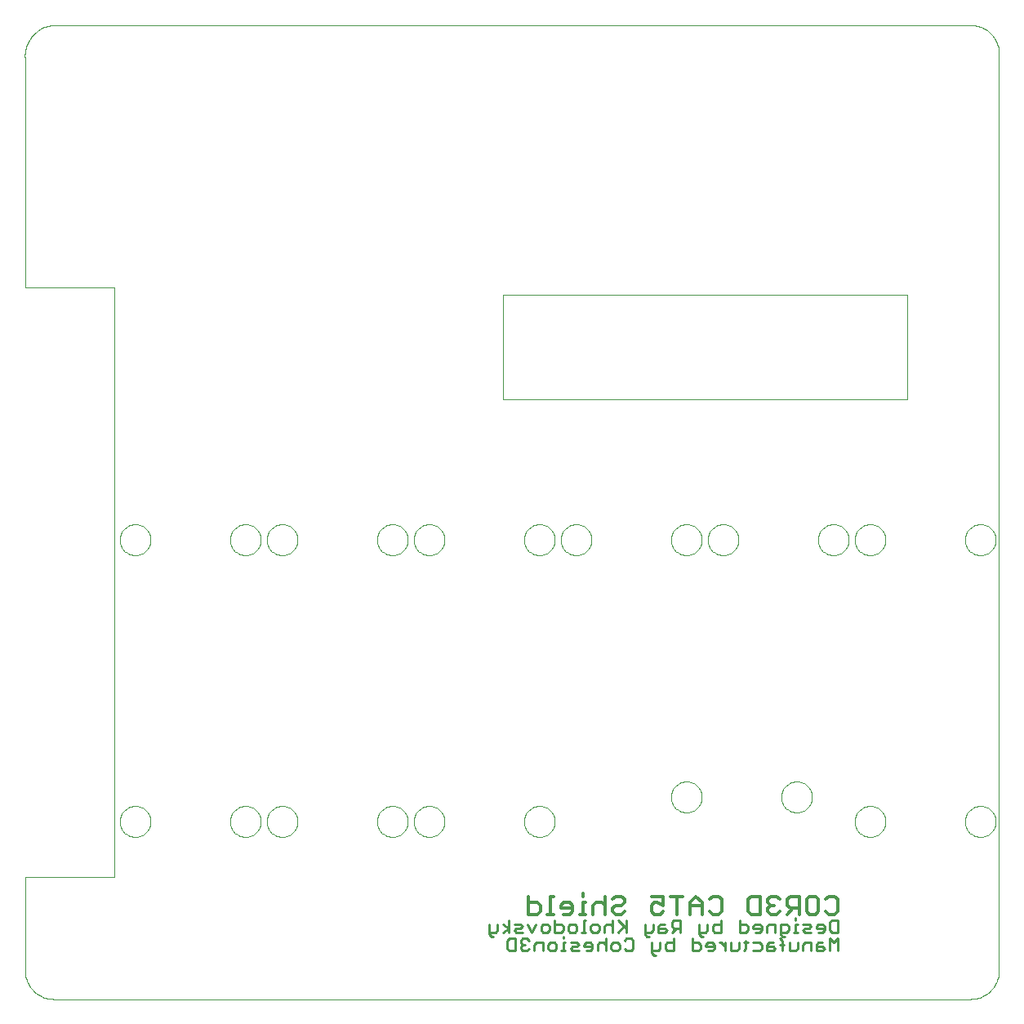
<source format=gbo>
G75*
G70*
%OFA0B0*%
%FSLAX24Y24*%
%IPPOS*%
%LPD*%
%AMOC8*
5,1,8,0,0,1.08239X$1,22.5*
%
%ADD10C,0.0040*%
%ADD11C,0.0090*%
%ADD12C,0.0130*%
%ADD13C,0.0000*%
D10*
X001331Y000169D02*
X038733Y000169D01*
X038799Y000171D01*
X038865Y000176D01*
X038931Y000186D01*
X038996Y000199D01*
X039060Y000215D01*
X039123Y000235D01*
X039185Y000259D01*
X039245Y000286D01*
X039304Y000316D01*
X039361Y000350D01*
X039416Y000387D01*
X039469Y000427D01*
X039520Y000469D01*
X039568Y000515D01*
X039614Y000563D01*
X039656Y000614D01*
X039696Y000667D01*
X039733Y000722D01*
X039767Y000779D01*
X039797Y000838D01*
X039824Y000898D01*
X039848Y000960D01*
X039868Y001023D01*
X039884Y001087D01*
X039897Y001152D01*
X039907Y001218D01*
X039912Y001284D01*
X039914Y001350D01*
X039914Y038751D01*
X039912Y038817D01*
X039907Y038883D01*
X039897Y038949D01*
X039884Y039014D01*
X039868Y039078D01*
X039848Y039141D01*
X039824Y039203D01*
X039797Y039263D01*
X039767Y039322D01*
X039733Y039379D01*
X039696Y039434D01*
X039656Y039487D01*
X039614Y039538D01*
X039568Y039586D01*
X039520Y039632D01*
X039469Y039674D01*
X039416Y039714D01*
X039361Y039751D01*
X039304Y039785D01*
X039245Y039815D01*
X039185Y039842D01*
X039123Y039866D01*
X039060Y039886D01*
X038996Y039902D01*
X038931Y039915D01*
X038865Y039925D01*
X038799Y039930D01*
X038733Y039932D01*
X038733Y039933D02*
X001331Y039933D01*
X001331Y039932D02*
X001263Y039926D01*
X001195Y039916D01*
X001128Y039903D01*
X001062Y039886D01*
X000997Y039865D01*
X000933Y039841D01*
X000870Y039813D01*
X000809Y039782D01*
X000750Y039748D01*
X000693Y039710D01*
X000637Y039670D01*
X000584Y039626D01*
X000534Y039580D01*
X000486Y039531D01*
X000441Y039480D01*
X000398Y039426D01*
X000359Y039370D01*
X000323Y039312D01*
X000290Y039252D01*
X000260Y039191D01*
X000233Y039127D01*
X000210Y039063D01*
X000191Y038997D01*
X000175Y038931D01*
X000163Y038863D01*
X000154Y038795D01*
X000149Y038727D01*
X000148Y038659D01*
X000151Y038590D01*
X000150Y038590D02*
X000150Y029205D01*
X003792Y029205D01*
X003792Y005147D01*
X000150Y005147D01*
X000150Y001350D01*
X000152Y001284D01*
X000157Y001218D01*
X000167Y001152D01*
X000180Y001087D01*
X000196Y001023D01*
X000216Y000960D01*
X000240Y000898D01*
X000267Y000838D01*
X000297Y000779D01*
X000331Y000722D01*
X000368Y000667D01*
X000408Y000614D01*
X000450Y000563D01*
X000496Y000515D01*
X000544Y000469D01*
X000595Y000427D01*
X000648Y000387D01*
X000703Y000350D01*
X000760Y000316D01*
X000819Y000286D01*
X000879Y000259D01*
X000941Y000235D01*
X001004Y000215D01*
X001068Y000199D01*
X001133Y000186D01*
X001199Y000176D01*
X001265Y000171D01*
X001331Y000169D01*
X019650Y024669D02*
X036150Y024669D01*
X036150Y028919D01*
X019650Y028919D01*
X019650Y024669D01*
D11*
X019906Y003400D02*
X019906Y002889D01*
X019906Y003060D02*
X019650Y003230D01*
X019445Y003230D02*
X019445Y002975D01*
X019360Y002889D01*
X019105Y002889D01*
X019105Y002804D02*
X019190Y002719D01*
X019275Y002719D01*
X019105Y002804D02*
X019105Y003230D01*
X019650Y002889D02*
X019906Y003060D01*
X020118Y002975D02*
X020203Y003060D01*
X020373Y003060D01*
X020458Y003145D01*
X020373Y003230D01*
X020118Y003230D01*
X020118Y002975D02*
X020203Y002889D01*
X020458Y002889D01*
X020479Y002650D02*
X020394Y002565D01*
X020394Y002480D01*
X020479Y002395D01*
X020394Y002310D01*
X020394Y002225D01*
X020479Y002139D01*
X020649Y002139D01*
X020734Y002225D01*
X020947Y002139D02*
X020947Y002395D01*
X021032Y002480D01*
X021287Y002480D01*
X021287Y002139D01*
X021499Y002225D02*
X021499Y002395D01*
X021584Y002480D01*
X021754Y002480D01*
X021839Y002395D01*
X021839Y002225D01*
X021754Y002139D01*
X021584Y002139D01*
X021499Y002225D01*
X022037Y002139D02*
X022208Y002139D01*
X022123Y002139D02*
X022123Y002480D01*
X022208Y002480D01*
X022123Y002650D02*
X022123Y002735D01*
X022030Y002889D02*
X022116Y002975D01*
X022116Y003145D01*
X022030Y003230D01*
X021775Y003230D01*
X021775Y003400D02*
X021775Y002889D01*
X022030Y002889D01*
X022328Y002975D02*
X022328Y003145D01*
X022413Y003230D01*
X022583Y003230D01*
X022668Y003145D01*
X022668Y002975D01*
X022583Y002889D01*
X022413Y002889D01*
X022328Y002975D01*
X022420Y002480D02*
X022675Y002480D01*
X022760Y002395D01*
X022675Y002310D01*
X022505Y002310D01*
X022420Y002225D01*
X022505Y002139D01*
X022760Y002139D01*
X022972Y002310D02*
X023313Y002310D01*
X023313Y002395D02*
X023227Y002480D01*
X023057Y002480D01*
X022972Y002395D01*
X022972Y002310D01*
X023057Y002139D02*
X023227Y002139D01*
X023313Y002225D01*
X023313Y002395D01*
X023525Y002395D02*
X023610Y002480D01*
X023780Y002480D01*
X023865Y002395D01*
X024077Y002395D02*
X024162Y002480D01*
X024332Y002480D01*
X024417Y002395D01*
X024417Y002225D01*
X024332Y002139D01*
X024162Y002139D01*
X024077Y002225D01*
X024077Y002395D01*
X023865Y002650D02*
X023865Y002139D01*
X023525Y002139D02*
X023525Y002395D01*
X023504Y002889D02*
X023334Y002889D01*
X023248Y002975D01*
X023248Y003145D01*
X023334Y003230D01*
X023504Y003230D01*
X023589Y003145D01*
X023589Y002975D01*
X023504Y002889D01*
X023801Y002889D02*
X023801Y003145D01*
X023886Y003230D01*
X024056Y003230D01*
X024141Y003145D01*
X024141Y003400D02*
X024141Y002889D01*
X024353Y002889D02*
X024609Y003145D01*
X024694Y003060D02*
X024353Y003400D01*
X024694Y003400D02*
X024694Y002889D01*
X024715Y002650D02*
X024885Y002650D01*
X024970Y002565D01*
X024970Y002225D01*
X024885Y002139D01*
X024715Y002139D01*
X024630Y002225D01*
X024630Y002565D02*
X024715Y002650D01*
X025458Y002804D02*
X025458Y003230D01*
X025458Y002889D02*
X025714Y002889D01*
X025799Y002975D01*
X025799Y003230D01*
X026011Y003145D02*
X026096Y003230D01*
X026266Y003230D01*
X026266Y003060D02*
X026011Y003060D01*
X026011Y003145D02*
X026011Y002889D01*
X026266Y002889D01*
X026351Y002975D01*
X026266Y003060D01*
X026563Y003145D02*
X026648Y003060D01*
X026904Y003060D01*
X026733Y003060D02*
X026563Y002889D01*
X026627Y002650D02*
X026627Y002139D01*
X026372Y002139D01*
X026287Y002225D01*
X026287Y002395D01*
X026372Y002480D01*
X026627Y002480D01*
X026904Y002889D02*
X026904Y003400D01*
X026648Y003400D01*
X026563Y003315D01*
X026563Y003145D01*
X026075Y002480D02*
X026075Y002225D01*
X025990Y002139D01*
X025735Y002139D01*
X025735Y002054D02*
X025820Y001969D01*
X025905Y001969D01*
X025735Y002054D02*
X025735Y002480D01*
X025629Y002719D02*
X025543Y002719D01*
X025458Y002804D01*
X027392Y002650D02*
X027392Y002139D01*
X027647Y002139D01*
X027732Y002225D01*
X027732Y002395D01*
X027647Y002480D01*
X027392Y002480D01*
X027668Y002804D02*
X027753Y002719D01*
X027838Y002719D01*
X027668Y002804D02*
X027668Y003230D01*
X028009Y003230D02*
X028009Y002975D01*
X027923Y002889D01*
X027668Y002889D01*
X028030Y002480D02*
X027944Y002395D01*
X027944Y002310D01*
X028285Y002310D01*
X028285Y002395D02*
X028200Y002480D01*
X028030Y002480D01*
X028285Y002395D02*
X028285Y002225D01*
X028200Y002139D01*
X028030Y002139D01*
X028490Y002480D02*
X028575Y002480D01*
X028745Y002310D01*
X028745Y002480D02*
X028745Y002139D01*
X028957Y002139D02*
X028957Y002480D01*
X028957Y002139D02*
X029213Y002139D01*
X029298Y002225D01*
X029298Y002480D01*
X029496Y002480D02*
X029666Y002480D01*
X029581Y002565D02*
X029581Y002225D01*
X029496Y002139D01*
X029878Y002139D02*
X030133Y002139D01*
X030218Y002225D01*
X030218Y002395D01*
X030133Y002480D01*
X029878Y002480D01*
X029963Y002889D02*
X030133Y002889D01*
X030218Y002975D01*
X030218Y003145D01*
X030133Y003230D01*
X029963Y003230D01*
X029878Y003145D01*
X029878Y003060D01*
X030218Y003060D01*
X030431Y003145D02*
X030516Y003230D01*
X030771Y003230D01*
X030771Y002889D01*
X030983Y002889D02*
X031238Y002889D01*
X031323Y002975D01*
X031323Y003145D01*
X031238Y003230D01*
X030983Y003230D01*
X030983Y002804D01*
X031068Y002719D01*
X031153Y002719D01*
X031054Y002565D02*
X030969Y002650D01*
X031054Y002565D02*
X031054Y002139D01*
X031139Y002395D02*
X030969Y002395D01*
X030771Y002225D02*
X030686Y002310D01*
X030431Y002310D01*
X030431Y002395D02*
X030431Y002139D01*
X030686Y002139D01*
X030771Y002225D01*
X030686Y002480D02*
X030516Y002480D01*
X030431Y002395D01*
X030431Y002889D02*
X030431Y003145D01*
X029666Y003145D02*
X029581Y003230D01*
X029326Y003230D01*
X029326Y003400D02*
X029326Y002889D01*
X029581Y002889D01*
X029666Y002975D01*
X029666Y003145D01*
X028561Y003230D02*
X028306Y003230D01*
X028221Y003145D01*
X028221Y002975D01*
X028306Y002889D01*
X028561Y002889D01*
X028561Y003400D01*
X031351Y002480D02*
X031351Y002139D01*
X031607Y002139D01*
X031692Y002225D01*
X031692Y002480D01*
X031904Y002395D02*
X031904Y002139D01*
X031904Y002395D02*
X031989Y002480D01*
X032244Y002480D01*
X032244Y002139D01*
X032456Y002139D02*
X032712Y002139D01*
X032797Y002225D01*
X032712Y002310D01*
X032456Y002310D01*
X032456Y002395D02*
X032456Y002139D01*
X032456Y002395D02*
X032541Y002480D01*
X032712Y002480D01*
X033009Y002650D02*
X033009Y002139D01*
X033349Y002139D02*
X033349Y002650D01*
X033179Y002480D01*
X033009Y002650D01*
X033094Y002889D02*
X033009Y002975D01*
X033009Y003315D01*
X033094Y003400D01*
X033349Y003400D01*
X033349Y002889D01*
X033094Y002889D01*
X032797Y002975D02*
X032797Y003145D01*
X032712Y003230D01*
X032541Y003230D01*
X032456Y003145D01*
X032456Y003060D01*
X032797Y003060D01*
X032797Y002975D02*
X032712Y002889D01*
X032541Y002889D01*
X032244Y002889D02*
X031989Y002889D01*
X031904Y002975D01*
X031989Y003060D01*
X032159Y003060D01*
X032244Y003145D01*
X032159Y003230D01*
X031904Y003230D01*
X031692Y003230D02*
X031607Y003230D01*
X031607Y002889D01*
X031692Y002889D02*
X031522Y002889D01*
X031607Y003400D02*
X031607Y003485D01*
X023036Y003400D02*
X022951Y003400D01*
X022951Y002889D01*
X023036Y002889D02*
X022866Y002889D01*
X021563Y002975D02*
X021478Y002889D01*
X021308Y002889D01*
X021223Y002975D01*
X021223Y003145D01*
X021308Y003230D01*
X021478Y003230D01*
X021563Y003145D01*
X021563Y002975D01*
X021011Y003230D02*
X020840Y002889D01*
X020670Y003230D01*
X020649Y002650D02*
X020479Y002650D01*
X020649Y002650D02*
X020734Y002565D01*
X020564Y002395D02*
X020479Y002395D01*
X020182Y002650D02*
X020182Y002139D01*
X019927Y002139D01*
X019842Y002225D01*
X019842Y002565D01*
X019927Y002650D01*
X020182Y002650D01*
D12*
X020706Y003634D02*
X021071Y003634D01*
X021193Y003756D01*
X021193Y003999D01*
X021071Y004121D01*
X020706Y004121D01*
X020706Y004364D02*
X020706Y003634D01*
X021477Y003634D02*
X021721Y003634D01*
X021599Y003634D02*
X021599Y004364D01*
X021721Y004364D01*
X022026Y003999D02*
X022026Y003877D01*
X022513Y003877D01*
X022513Y003756D02*
X022513Y003999D01*
X022391Y004121D01*
X022147Y004121D01*
X022026Y003999D01*
X022147Y003634D02*
X022391Y003634D01*
X022513Y003756D01*
X022797Y003634D02*
X023041Y003634D01*
X022919Y003634D02*
X022919Y004121D01*
X023041Y004121D01*
X022919Y004364D02*
X022919Y004486D01*
X023345Y003999D02*
X023345Y003634D01*
X023345Y003999D02*
X023467Y004121D01*
X023711Y004121D01*
X023832Y003999D01*
X024137Y003877D02*
X024137Y003756D01*
X024259Y003634D01*
X024503Y003634D01*
X024624Y003756D01*
X024503Y003999D02*
X024624Y004121D01*
X024624Y004243D01*
X024503Y004364D01*
X024259Y004364D01*
X024137Y004243D01*
X024259Y003999D02*
X024137Y003877D01*
X024259Y003999D02*
X024503Y003999D01*
X023832Y004364D02*
X023832Y003634D01*
X025721Y003756D02*
X025843Y003634D01*
X026086Y003634D01*
X026208Y003756D01*
X026208Y003999D02*
X025965Y004121D01*
X025843Y004121D01*
X025721Y003999D01*
X025721Y003756D01*
X025721Y004364D02*
X026208Y004364D01*
X026208Y003999D01*
X026513Y004364D02*
X027000Y004364D01*
X026756Y004364D02*
X026756Y003634D01*
X027305Y003634D02*
X027305Y004121D01*
X027548Y004364D01*
X027792Y004121D01*
X027792Y003634D01*
X028097Y003756D02*
X028218Y003634D01*
X028462Y003634D01*
X028584Y003756D01*
X028584Y004243D01*
X028462Y004364D01*
X028218Y004364D01*
X028097Y004243D01*
X027792Y003999D02*
X027305Y003999D01*
X029680Y003756D02*
X029680Y004243D01*
X029802Y004364D01*
X030167Y004364D01*
X030167Y003634D01*
X029802Y003634D01*
X029680Y003756D01*
X030472Y003756D02*
X030594Y003634D01*
X030838Y003634D01*
X030959Y003756D01*
X031264Y003634D02*
X031508Y003877D01*
X031386Y003877D02*
X031751Y003877D01*
X031751Y003634D02*
X031751Y004364D01*
X031386Y004364D01*
X031264Y004243D01*
X031264Y003999D01*
X031386Y003877D01*
X030959Y004243D02*
X030838Y004364D01*
X030594Y004364D01*
X030472Y004243D01*
X030472Y004121D01*
X030594Y003999D01*
X030472Y003877D01*
X030472Y003756D01*
X030594Y003999D02*
X030716Y003999D01*
X032056Y003756D02*
X032056Y004243D01*
X032178Y004364D01*
X032421Y004364D01*
X032543Y004243D01*
X032543Y003756D01*
X032421Y003634D01*
X032178Y003634D01*
X032056Y003756D01*
X032848Y003756D02*
X032970Y003634D01*
X033213Y003634D01*
X033335Y003756D01*
X033335Y004243D01*
X033213Y004364D01*
X032970Y004364D01*
X032848Y004243D01*
D13*
X034020Y007419D02*
X034022Y007469D01*
X034028Y007519D01*
X034038Y007568D01*
X034052Y007616D01*
X034069Y007663D01*
X034090Y007708D01*
X034115Y007752D01*
X034143Y007793D01*
X034175Y007832D01*
X034209Y007869D01*
X034246Y007903D01*
X034286Y007933D01*
X034328Y007960D01*
X034372Y007984D01*
X034418Y008005D01*
X034465Y008021D01*
X034513Y008034D01*
X034563Y008043D01*
X034612Y008048D01*
X034663Y008049D01*
X034713Y008046D01*
X034762Y008039D01*
X034811Y008028D01*
X034859Y008013D01*
X034905Y007995D01*
X034950Y007973D01*
X034993Y007947D01*
X035034Y007918D01*
X035073Y007886D01*
X035109Y007851D01*
X035141Y007813D01*
X035171Y007773D01*
X035198Y007730D01*
X035221Y007686D01*
X035240Y007640D01*
X035256Y007592D01*
X035268Y007543D01*
X035276Y007494D01*
X035280Y007444D01*
X035280Y007394D01*
X035276Y007344D01*
X035268Y007295D01*
X035256Y007246D01*
X035240Y007198D01*
X035221Y007152D01*
X035198Y007108D01*
X035171Y007065D01*
X035141Y007025D01*
X035109Y006987D01*
X035073Y006952D01*
X035034Y006920D01*
X034993Y006891D01*
X034950Y006865D01*
X034905Y006843D01*
X034859Y006825D01*
X034811Y006810D01*
X034762Y006799D01*
X034713Y006792D01*
X034663Y006789D01*
X034612Y006790D01*
X034563Y006795D01*
X034513Y006804D01*
X034465Y006817D01*
X034418Y006833D01*
X034372Y006854D01*
X034328Y006878D01*
X034286Y006905D01*
X034246Y006935D01*
X034209Y006969D01*
X034175Y007006D01*
X034143Y007045D01*
X034115Y007086D01*
X034090Y007130D01*
X034069Y007175D01*
X034052Y007222D01*
X034038Y007270D01*
X034028Y007319D01*
X034022Y007369D01*
X034020Y007419D01*
X031020Y008419D02*
X031022Y008469D01*
X031028Y008519D01*
X031038Y008568D01*
X031052Y008616D01*
X031069Y008663D01*
X031090Y008708D01*
X031115Y008752D01*
X031143Y008793D01*
X031175Y008832D01*
X031209Y008869D01*
X031246Y008903D01*
X031286Y008933D01*
X031328Y008960D01*
X031372Y008984D01*
X031418Y009005D01*
X031465Y009021D01*
X031513Y009034D01*
X031563Y009043D01*
X031612Y009048D01*
X031663Y009049D01*
X031713Y009046D01*
X031762Y009039D01*
X031811Y009028D01*
X031859Y009013D01*
X031905Y008995D01*
X031950Y008973D01*
X031993Y008947D01*
X032034Y008918D01*
X032073Y008886D01*
X032109Y008851D01*
X032141Y008813D01*
X032171Y008773D01*
X032198Y008730D01*
X032221Y008686D01*
X032240Y008640D01*
X032256Y008592D01*
X032268Y008543D01*
X032276Y008494D01*
X032280Y008444D01*
X032280Y008394D01*
X032276Y008344D01*
X032268Y008295D01*
X032256Y008246D01*
X032240Y008198D01*
X032221Y008152D01*
X032198Y008108D01*
X032171Y008065D01*
X032141Y008025D01*
X032109Y007987D01*
X032073Y007952D01*
X032034Y007920D01*
X031993Y007891D01*
X031950Y007865D01*
X031905Y007843D01*
X031859Y007825D01*
X031811Y007810D01*
X031762Y007799D01*
X031713Y007792D01*
X031663Y007789D01*
X031612Y007790D01*
X031563Y007795D01*
X031513Y007804D01*
X031465Y007817D01*
X031418Y007833D01*
X031372Y007854D01*
X031328Y007878D01*
X031286Y007905D01*
X031246Y007935D01*
X031209Y007969D01*
X031175Y008006D01*
X031143Y008045D01*
X031115Y008086D01*
X031090Y008130D01*
X031069Y008175D01*
X031052Y008222D01*
X031038Y008270D01*
X031028Y008319D01*
X031022Y008369D01*
X031020Y008419D01*
X026520Y008419D02*
X026522Y008469D01*
X026528Y008519D01*
X026538Y008568D01*
X026552Y008616D01*
X026569Y008663D01*
X026590Y008708D01*
X026615Y008752D01*
X026643Y008793D01*
X026675Y008832D01*
X026709Y008869D01*
X026746Y008903D01*
X026786Y008933D01*
X026828Y008960D01*
X026872Y008984D01*
X026918Y009005D01*
X026965Y009021D01*
X027013Y009034D01*
X027063Y009043D01*
X027112Y009048D01*
X027163Y009049D01*
X027213Y009046D01*
X027262Y009039D01*
X027311Y009028D01*
X027359Y009013D01*
X027405Y008995D01*
X027450Y008973D01*
X027493Y008947D01*
X027534Y008918D01*
X027573Y008886D01*
X027609Y008851D01*
X027641Y008813D01*
X027671Y008773D01*
X027698Y008730D01*
X027721Y008686D01*
X027740Y008640D01*
X027756Y008592D01*
X027768Y008543D01*
X027776Y008494D01*
X027780Y008444D01*
X027780Y008394D01*
X027776Y008344D01*
X027768Y008295D01*
X027756Y008246D01*
X027740Y008198D01*
X027721Y008152D01*
X027698Y008108D01*
X027671Y008065D01*
X027641Y008025D01*
X027609Y007987D01*
X027573Y007952D01*
X027534Y007920D01*
X027493Y007891D01*
X027450Y007865D01*
X027405Y007843D01*
X027359Y007825D01*
X027311Y007810D01*
X027262Y007799D01*
X027213Y007792D01*
X027163Y007789D01*
X027112Y007790D01*
X027063Y007795D01*
X027013Y007804D01*
X026965Y007817D01*
X026918Y007833D01*
X026872Y007854D01*
X026828Y007878D01*
X026786Y007905D01*
X026746Y007935D01*
X026709Y007969D01*
X026675Y008006D01*
X026643Y008045D01*
X026615Y008086D01*
X026590Y008130D01*
X026569Y008175D01*
X026552Y008222D01*
X026538Y008270D01*
X026528Y008319D01*
X026522Y008369D01*
X026520Y008419D01*
X020520Y007419D02*
X020522Y007469D01*
X020528Y007519D01*
X020538Y007568D01*
X020552Y007616D01*
X020569Y007663D01*
X020590Y007708D01*
X020615Y007752D01*
X020643Y007793D01*
X020675Y007832D01*
X020709Y007869D01*
X020746Y007903D01*
X020786Y007933D01*
X020828Y007960D01*
X020872Y007984D01*
X020918Y008005D01*
X020965Y008021D01*
X021013Y008034D01*
X021063Y008043D01*
X021112Y008048D01*
X021163Y008049D01*
X021213Y008046D01*
X021262Y008039D01*
X021311Y008028D01*
X021359Y008013D01*
X021405Y007995D01*
X021450Y007973D01*
X021493Y007947D01*
X021534Y007918D01*
X021573Y007886D01*
X021609Y007851D01*
X021641Y007813D01*
X021671Y007773D01*
X021698Y007730D01*
X021721Y007686D01*
X021740Y007640D01*
X021756Y007592D01*
X021768Y007543D01*
X021776Y007494D01*
X021780Y007444D01*
X021780Y007394D01*
X021776Y007344D01*
X021768Y007295D01*
X021756Y007246D01*
X021740Y007198D01*
X021721Y007152D01*
X021698Y007108D01*
X021671Y007065D01*
X021641Y007025D01*
X021609Y006987D01*
X021573Y006952D01*
X021534Y006920D01*
X021493Y006891D01*
X021450Y006865D01*
X021405Y006843D01*
X021359Y006825D01*
X021311Y006810D01*
X021262Y006799D01*
X021213Y006792D01*
X021163Y006789D01*
X021112Y006790D01*
X021063Y006795D01*
X021013Y006804D01*
X020965Y006817D01*
X020918Y006833D01*
X020872Y006854D01*
X020828Y006878D01*
X020786Y006905D01*
X020746Y006935D01*
X020709Y006969D01*
X020675Y007006D01*
X020643Y007045D01*
X020615Y007086D01*
X020590Y007130D01*
X020569Y007175D01*
X020552Y007222D01*
X020538Y007270D01*
X020528Y007319D01*
X020522Y007369D01*
X020520Y007419D01*
X016020Y007419D02*
X016022Y007469D01*
X016028Y007519D01*
X016038Y007568D01*
X016052Y007616D01*
X016069Y007663D01*
X016090Y007708D01*
X016115Y007752D01*
X016143Y007793D01*
X016175Y007832D01*
X016209Y007869D01*
X016246Y007903D01*
X016286Y007933D01*
X016328Y007960D01*
X016372Y007984D01*
X016418Y008005D01*
X016465Y008021D01*
X016513Y008034D01*
X016563Y008043D01*
X016612Y008048D01*
X016663Y008049D01*
X016713Y008046D01*
X016762Y008039D01*
X016811Y008028D01*
X016859Y008013D01*
X016905Y007995D01*
X016950Y007973D01*
X016993Y007947D01*
X017034Y007918D01*
X017073Y007886D01*
X017109Y007851D01*
X017141Y007813D01*
X017171Y007773D01*
X017198Y007730D01*
X017221Y007686D01*
X017240Y007640D01*
X017256Y007592D01*
X017268Y007543D01*
X017276Y007494D01*
X017280Y007444D01*
X017280Y007394D01*
X017276Y007344D01*
X017268Y007295D01*
X017256Y007246D01*
X017240Y007198D01*
X017221Y007152D01*
X017198Y007108D01*
X017171Y007065D01*
X017141Y007025D01*
X017109Y006987D01*
X017073Y006952D01*
X017034Y006920D01*
X016993Y006891D01*
X016950Y006865D01*
X016905Y006843D01*
X016859Y006825D01*
X016811Y006810D01*
X016762Y006799D01*
X016713Y006792D01*
X016663Y006789D01*
X016612Y006790D01*
X016563Y006795D01*
X016513Y006804D01*
X016465Y006817D01*
X016418Y006833D01*
X016372Y006854D01*
X016328Y006878D01*
X016286Y006905D01*
X016246Y006935D01*
X016209Y006969D01*
X016175Y007006D01*
X016143Y007045D01*
X016115Y007086D01*
X016090Y007130D01*
X016069Y007175D01*
X016052Y007222D01*
X016038Y007270D01*
X016028Y007319D01*
X016022Y007369D01*
X016020Y007419D01*
X014520Y007419D02*
X014522Y007469D01*
X014528Y007519D01*
X014538Y007568D01*
X014552Y007616D01*
X014569Y007663D01*
X014590Y007708D01*
X014615Y007752D01*
X014643Y007793D01*
X014675Y007832D01*
X014709Y007869D01*
X014746Y007903D01*
X014786Y007933D01*
X014828Y007960D01*
X014872Y007984D01*
X014918Y008005D01*
X014965Y008021D01*
X015013Y008034D01*
X015063Y008043D01*
X015112Y008048D01*
X015163Y008049D01*
X015213Y008046D01*
X015262Y008039D01*
X015311Y008028D01*
X015359Y008013D01*
X015405Y007995D01*
X015450Y007973D01*
X015493Y007947D01*
X015534Y007918D01*
X015573Y007886D01*
X015609Y007851D01*
X015641Y007813D01*
X015671Y007773D01*
X015698Y007730D01*
X015721Y007686D01*
X015740Y007640D01*
X015756Y007592D01*
X015768Y007543D01*
X015776Y007494D01*
X015780Y007444D01*
X015780Y007394D01*
X015776Y007344D01*
X015768Y007295D01*
X015756Y007246D01*
X015740Y007198D01*
X015721Y007152D01*
X015698Y007108D01*
X015671Y007065D01*
X015641Y007025D01*
X015609Y006987D01*
X015573Y006952D01*
X015534Y006920D01*
X015493Y006891D01*
X015450Y006865D01*
X015405Y006843D01*
X015359Y006825D01*
X015311Y006810D01*
X015262Y006799D01*
X015213Y006792D01*
X015163Y006789D01*
X015112Y006790D01*
X015063Y006795D01*
X015013Y006804D01*
X014965Y006817D01*
X014918Y006833D01*
X014872Y006854D01*
X014828Y006878D01*
X014786Y006905D01*
X014746Y006935D01*
X014709Y006969D01*
X014675Y007006D01*
X014643Y007045D01*
X014615Y007086D01*
X014590Y007130D01*
X014569Y007175D01*
X014552Y007222D01*
X014538Y007270D01*
X014528Y007319D01*
X014522Y007369D01*
X014520Y007419D01*
X010020Y007419D02*
X010022Y007469D01*
X010028Y007519D01*
X010038Y007568D01*
X010052Y007616D01*
X010069Y007663D01*
X010090Y007708D01*
X010115Y007752D01*
X010143Y007793D01*
X010175Y007832D01*
X010209Y007869D01*
X010246Y007903D01*
X010286Y007933D01*
X010328Y007960D01*
X010372Y007984D01*
X010418Y008005D01*
X010465Y008021D01*
X010513Y008034D01*
X010563Y008043D01*
X010612Y008048D01*
X010663Y008049D01*
X010713Y008046D01*
X010762Y008039D01*
X010811Y008028D01*
X010859Y008013D01*
X010905Y007995D01*
X010950Y007973D01*
X010993Y007947D01*
X011034Y007918D01*
X011073Y007886D01*
X011109Y007851D01*
X011141Y007813D01*
X011171Y007773D01*
X011198Y007730D01*
X011221Y007686D01*
X011240Y007640D01*
X011256Y007592D01*
X011268Y007543D01*
X011276Y007494D01*
X011280Y007444D01*
X011280Y007394D01*
X011276Y007344D01*
X011268Y007295D01*
X011256Y007246D01*
X011240Y007198D01*
X011221Y007152D01*
X011198Y007108D01*
X011171Y007065D01*
X011141Y007025D01*
X011109Y006987D01*
X011073Y006952D01*
X011034Y006920D01*
X010993Y006891D01*
X010950Y006865D01*
X010905Y006843D01*
X010859Y006825D01*
X010811Y006810D01*
X010762Y006799D01*
X010713Y006792D01*
X010663Y006789D01*
X010612Y006790D01*
X010563Y006795D01*
X010513Y006804D01*
X010465Y006817D01*
X010418Y006833D01*
X010372Y006854D01*
X010328Y006878D01*
X010286Y006905D01*
X010246Y006935D01*
X010209Y006969D01*
X010175Y007006D01*
X010143Y007045D01*
X010115Y007086D01*
X010090Y007130D01*
X010069Y007175D01*
X010052Y007222D01*
X010038Y007270D01*
X010028Y007319D01*
X010022Y007369D01*
X010020Y007419D01*
X008520Y007419D02*
X008522Y007469D01*
X008528Y007519D01*
X008538Y007568D01*
X008552Y007616D01*
X008569Y007663D01*
X008590Y007708D01*
X008615Y007752D01*
X008643Y007793D01*
X008675Y007832D01*
X008709Y007869D01*
X008746Y007903D01*
X008786Y007933D01*
X008828Y007960D01*
X008872Y007984D01*
X008918Y008005D01*
X008965Y008021D01*
X009013Y008034D01*
X009063Y008043D01*
X009112Y008048D01*
X009163Y008049D01*
X009213Y008046D01*
X009262Y008039D01*
X009311Y008028D01*
X009359Y008013D01*
X009405Y007995D01*
X009450Y007973D01*
X009493Y007947D01*
X009534Y007918D01*
X009573Y007886D01*
X009609Y007851D01*
X009641Y007813D01*
X009671Y007773D01*
X009698Y007730D01*
X009721Y007686D01*
X009740Y007640D01*
X009756Y007592D01*
X009768Y007543D01*
X009776Y007494D01*
X009780Y007444D01*
X009780Y007394D01*
X009776Y007344D01*
X009768Y007295D01*
X009756Y007246D01*
X009740Y007198D01*
X009721Y007152D01*
X009698Y007108D01*
X009671Y007065D01*
X009641Y007025D01*
X009609Y006987D01*
X009573Y006952D01*
X009534Y006920D01*
X009493Y006891D01*
X009450Y006865D01*
X009405Y006843D01*
X009359Y006825D01*
X009311Y006810D01*
X009262Y006799D01*
X009213Y006792D01*
X009163Y006789D01*
X009112Y006790D01*
X009063Y006795D01*
X009013Y006804D01*
X008965Y006817D01*
X008918Y006833D01*
X008872Y006854D01*
X008828Y006878D01*
X008786Y006905D01*
X008746Y006935D01*
X008709Y006969D01*
X008675Y007006D01*
X008643Y007045D01*
X008615Y007086D01*
X008590Y007130D01*
X008569Y007175D01*
X008552Y007222D01*
X008538Y007270D01*
X008528Y007319D01*
X008522Y007369D01*
X008520Y007419D01*
X004020Y007419D02*
X004022Y007469D01*
X004028Y007519D01*
X004038Y007568D01*
X004052Y007616D01*
X004069Y007663D01*
X004090Y007708D01*
X004115Y007752D01*
X004143Y007793D01*
X004175Y007832D01*
X004209Y007869D01*
X004246Y007903D01*
X004286Y007933D01*
X004328Y007960D01*
X004372Y007984D01*
X004418Y008005D01*
X004465Y008021D01*
X004513Y008034D01*
X004563Y008043D01*
X004612Y008048D01*
X004663Y008049D01*
X004713Y008046D01*
X004762Y008039D01*
X004811Y008028D01*
X004859Y008013D01*
X004905Y007995D01*
X004950Y007973D01*
X004993Y007947D01*
X005034Y007918D01*
X005073Y007886D01*
X005109Y007851D01*
X005141Y007813D01*
X005171Y007773D01*
X005198Y007730D01*
X005221Y007686D01*
X005240Y007640D01*
X005256Y007592D01*
X005268Y007543D01*
X005276Y007494D01*
X005280Y007444D01*
X005280Y007394D01*
X005276Y007344D01*
X005268Y007295D01*
X005256Y007246D01*
X005240Y007198D01*
X005221Y007152D01*
X005198Y007108D01*
X005171Y007065D01*
X005141Y007025D01*
X005109Y006987D01*
X005073Y006952D01*
X005034Y006920D01*
X004993Y006891D01*
X004950Y006865D01*
X004905Y006843D01*
X004859Y006825D01*
X004811Y006810D01*
X004762Y006799D01*
X004713Y006792D01*
X004663Y006789D01*
X004612Y006790D01*
X004563Y006795D01*
X004513Y006804D01*
X004465Y006817D01*
X004418Y006833D01*
X004372Y006854D01*
X004328Y006878D01*
X004286Y006905D01*
X004246Y006935D01*
X004209Y006969D01*
X004175Y007006D01*
X004143Y007045D01*
X004115Y007086D01*
X004090Y007130D01*
X004069Y007175D01*
X004052Y007222D01*
X004038Y007270D01*
X004028Y007319D01*
X004022Y007369D01*
X004020Y007419D01*
X004020Y018919D02*
X004022Y018969D01*
X004028Y019019D01*
X004038Y019068D01*
X004052Y019116D01*
X004069Y019163D01*
X004090Y019208D01*
X004115Y019252D01*
X004143Y019293D01*
X004175Y019332D01*
X004209Y019369D01*
X004246Y019403D01*
X004286Y019433D01*
X004328Y019460D01*
X004372Y019484D01*
X004418Y019505D01*
X004465Y019521D01*
X004513Y019534D01*
X004563Y019543D01*
X004612Y019548D01*
X004663Y019549D01*
X004713Y019546D01*
X004762Y019539D01*
X004811Y019528D01*
X004859Y019513D01*
X004905Y019495D01*
X004950Y019473D01*
X004993Y019447D01*
X005034Y019418D01*
X005073Y019386D01*
X005109Y019351D01*
X005141Y019313D01*
X005171Y019273D01*
X005198Y019230D01*
X005221Y019186D01*
X005240Y019140D01*
X005256Y019092D01*
X005268Y019043D01*
X005276Y018994D01*
X005280Y018944D01*
X005280Y018894D01*
X005276Y018844D01*
X005268Y018795D01*
X005256Y018746D01*
X005240Y018698D01*
X005221Y018652D01*
X005198Y018608D01*
X005171Y018565D01*
X005141Y018525D01*
X005109Y018487D01*
X005073Y018452D01*
X005034Y018420D01*
X004993Y018391D01*
X004950Y018365D01*
X004905Y018343D01*
X004859Y018325D01*
X004811Y018310D01*
X004762Y018299D01*
X004713Y018292D01*
X004663Y018289D01*
X004612Y018290D01*
X004563Y018295D01*
X004513Y018304D01*
X004465Y018317D01*
X004418Y018333D01*
X004372Y018354D01*
X004328Y018378D01*
X004286Y018405D01*
X004246Y018435D01*
X004209Y018469D01*
X004175Y018506D01*
X004143Y018545D01*
X004115Y018586D01*
X004090Y018630D01*
X004069Y018675D01*
X004052Y018722D01*
X004038Y018770D01*
X004028Y018819D01*
X004022Y018869D01*
X004020Y018919D01*
X008520Y018919D02*
X008522Y018969D01*
X008528Y019019D01*
X008538Y019068D01*
X008552Y019116D01*
X008569Y019163D01*
X008590Y019208D01*
X008615Y019252D01*
X008643Y019293D01*
X008675Y019332D01*
X008709Y019369D01*
X008746Y019403D01*
X008786Y019433D01*
X008828Y019460D01*
X008872Y019484D01*
X008918Y019505D01*
X008965Y019521D01*
X009013Y019534D01*
X009063Y019543D01*
X009112Y019548D01*
X009163Y019549D01*
X009213Y019546D01*
X009262Y019539D01*
X009311Y019528D01*
X009359Y019513D01*
X009405Y019495D01*
X009450Y019473D01*
X009493Y019447D01*
X009534Y019418D01*
X009573Y019386D01*
X009609Y019351D01*
X009641Y019313D01*
X009671Y019273D01*
X009698Y019230D01*
X009721Y019186D01*
X009740Y019140D01*
X009756Y019092D01*
X009768Y019043D01*
X009776Y018994D01*
X009780Y018944D01*
X009780Y018894D01*
X009776Y018844D01*
X009768Y018795D01*
X009756Y018746D01*
X009740Y018698D01*
X009721Y018652D01*
X009698Y018608D01*
X009671Y018565D01*
X009641Y018525D01*
X009609Y018487D01*
X009573Y018452D01*
X009534Y018420D01*
X009493Y018391D01*
X009450Y018365D01*
X009405Y018343D01*
X009359Y018325D01*
X009311Y018310D01*
X009262Y018299D01*
X009213Y018292D01*
X009163Y018289D01*
X009112Y018290D01*
X009063Y018295D01*
X009013Y018304D01*
X008965Y018317D01*
X008918Y018333D01*
X008872Y018354D01*
X008828Y018378D01*
X008786Y018405D01*
X008746Y018435D01*
X008709Y018469D01*
X008675Y018506D01*
X008643Y018545D01*
X008615Y018586D01*
X008590Y018630D01*
X008569Y018675D01*
X008552Y018722D01*
X008538Y018770D01*
X008528Y018819D01*
X008522Y018869D01*
X008520Y018919D01*
X010020Y018919D02*
X010022Y018969D01*
X010028Y019019D01*
X010038Y019068D01*
X010052Y019116D01*
X010069Y019163D01*
X010090Y019208D01*
X010115Y019252D01*
X010143Y019293D01*
X010175Y019332D01*
X010209Y019369D01*
X010246Y019403D01*
X010286Y019433D01*
X010328Y019460D01*
X010372Y019484D01*
X010418Y019505D01*
X010465Y019521D01*
X010513Y019534D01*
X010563Y019543D01*
X010612Y019548D01*
X010663Y019549D01*
X010713Y019546D01*
X010762Y019539D01*
X010811Y019528D01*
X010859Y019513D01*
X010905Y019495D01*
X010950Y019473D01*
X010993Y019447D01*
X011034Y019418D01*
X011073Y019386D01*
X011109Y019351D01*
X011141Y019313D01*
X011171Y019273D01*
X011198Y019230D01*
X011221Y019186D01*
X011240Y019140D01*
X011256Y019092D01*
X011268Y019043D01*
X011276Y018994D01*
X011280Y018944D01*
X011280Y018894D01*
X011276Y018844D01*
X011268Y018795D01*
X011256Y018746D01*
X011240Y018698D01*
X011221Y018652D01*
X011198Y018608D01*
X011171Y018565D01*
X011141Y018525D01*
X011109Y018487D01*
X011073Y018452D01*
X011034Y018420D01*
X010993Y018391D01*
X010950Y018365D01*
X010905Y018343D01*
X010859Y018325D01*
X010811Y018310D01*
X010762Y018299D01*
X010713Y018292D01*
X010663Y018289D01*
X010612Y018290D01*
X010563Y018295D01*
X010513Y018304D01*
X010465Y018317D01*
X010418Y018333D01*
X010372Y018354D01*
X010328Y018378D01*
X010286Y018405D01*
X010246Y018435D01*
X010209Y018469D01*
X010175Y018506D01*
X010143Y018545D01*
X010115Y018586D01*
X010090Y018630D01*
X010069Y018675D01*
X010052Y018722D01*
X010038Y018770D01*
X010028Y018819D01*
X010022Y018869D01*
X010020Y018919D01*
X014520Y018919D02*
X014522Y018969D01*
X014528Y019019D01*
X014538Y019068D01*
X014552Y019116D01*
X014569Y019163D01*
X014590Y019208D01*
X014615Y019252D01*
X014643Y019293D01*
X014675Y019332D01*
X014709Y019369D01*
X014746Y019403D01*
X014786Y019433D01*
X014828Y019460D01*
X014872Y019484D01*
X014918Y019505D01*
X014965Y019521D01*
X015013Y019534D01*
X015063Y019543D01*
X015112Y019548D01*
X015163Y019549D01*
X015213Y019546D01*
X015262Y019539D01*
X015311Y019528D01*
X015359Y019513D01*
X015405Y019495D01*
X015450Y019473D01*
X015493Y019447D01*
X015534Y019418D01*
X015573Y019386D01*
X015609Y019351D01*
X015641Y019313D01*
X015671Y019273D01*
X015698Y019230D01*
X015721Y019186D01*
X015740Y019140D01*
X015756Y019092D01*
X015768Y019043D01*
X015776Y018994D01*
X015780Y018944D01*
X015780Y018894D01*
X015776Y018844D01*
X015768Y018795D01*
X015756Y018746D01*
X015740Y018698D01*
X015721Y018652D01*
X015698Y018608D01*
X015671Y018565D01*
X015641Y018525D01*
X015609Y018487D01*
X015573Y018452D01*
X015534Y018420D01*
X015493Y018391D01*
X015450Y018365D01*
X015405Y018343D01*
X015359Y018325D01*
X015311Y018310D01*
X015262Y018299D01*
X015213Y018292D01*
X015163Y018289D01*
X015112Y018290D01*
X015063Y018295D01*
X015013Y018304D01*
X014965Y018317D01*
X014918Y018333D01*
X014872Y018354D01*
X014828Y018378D01*
X014786Y018405D01*
X014746Y018435D01*
X014709Y018469D01*
X014675Y018506D01*
X014643Y018545D01*
X014615Y018586D01*
X014590Y018630D01*
X014569Y018675D01*
X014552Y018722D01*
X014538Y018770D01*
X014528Y018819D01*
X014522Y018869D01*
X014520Y018919D01*
X016020Y018919D02*
X016022Y018969D01*
X016028Y019019D01*
X016038Y019068D01*
X016052Y019116D01*
X016069Y019163D01*
X016090Y019208D01*
X016115Y019252D01*
X016143Y019293D01*
X016175Y019332D01*
X016209Y019369D01*
X016246Y019403D01*
X016286Y019433D01*
X016328Y019460D01*
X016372Y019484D01*
X016418Y019505D01*
X016465Y019521D01*
X016513Y019534D01*
X016563Y019543D01*
X016612Y019548D01*
X016663Y019549D01*
X016713Y019546D01*
X016762Y019539D01*
X016811Y019528D01*
X016859Y019513D01*
X016905Y019495D01*
X016950Y019473D01*
X016993Y019447D01*
X017034Y019418D01*
X017073Y019386D01*
X017109Y019351D01*
X017141Y019313D01*
X017171Y019273D01*
X017198Y019230D01*
X017221Y019186D01*
X017240Y019140D01*
X017256Y019092D01*
X017268Y019043D01*
X017276Y018994D01*
X017280Y018944D01*
X017280Y018894D01*
X017276Y018844D01*
X017268Y018795D01*
X017256Y018746D01*
X017240Y018698D01*
X017221Y018652D01*
X017198Y018608D01*
X017171Y018565D01*
X017141Y018525D01*
X017109Y018487D01*
X017073Y018452D01*
X017034Y018420D01*
X016993Y018391D01*
X016950Y018365D01*
X016905Y018343D01*
X016859Y018325D01*
X016811Y018310D01*
X016762Y018299D01*
X016713Y018292D01*
X016663Y018289D01*
X016612Y018290D01*
X016563Y018295D01*
X016513Y018304D01*
X016465Y018317D01*
X016418Y018333D01*
X016372Y018354D01*
X016328Y018378D01*
X016286Y018405D01*
X016246Y018435D01*
X016209Y018469D01*
X016175Y018506D01*
X016143Y018545D01*
X016115Y018586D01*
X016090Y018630D01*
X016069Y018675D01*
X016052Y018722D01*
X016038Y018770D01*
X016028Y018819D01*
X016022Y018869D01*
X016020Y018919D01*
X020520Y018919D02*
X020522Y018969D01*
X020528Y019019D01*
X020538Y019068D01*
X020552Y019116D01*
X020569Y019163D01*
X020590Y019208D01*
X020615Y019252D01*
X020643Y019293D01*
X020675Y019332D01*
X020709Y019369D01*
X020746Y019403D01*
X020786Y019433D01*
X020828Y019460D01*
X020872Y019484D01*
X020918Y019505D01*
X020965Y019521D01*
X021013Y019534D01*
X021063Y019543D01*
X021112Y019548D01*
X021163Y019549D01*
X021213Y019546D01*
X021262Y019539D01*
X021311Y019528D01*
X021359Y019513D01*
X021405Y019495D01*
X021450Y019473D01*
X021493Y019447D01*
X021534Y019418D01*
X021573Y019386D01*
X021609Y019351D01*
X021641Y019313D01*
X021671Y019273D01*
X021698Y019230D01*
X021721Y019186D01*
X021740Y019140D01*
X021756Y019092D01*
X021768Y019043D01*
X021776Y018994D01*
X021780Y018944D01*
X021780Y018894D01*
X021776Y018844D01*
X021768Y018795D01*
X021756Y018746D01*
X021740Y018698D01*
X021721Y018652D01*
X021698Y018608D01*
X021671Y018565D01*
X021641Y018525D01*
X021609Y018487D01*
X021573Y018452D01*
X021534Y018420D01*
X021493Y018391D01*
X021450Y018365D01*
X021405Y018343D01*
X021359Y018325D01*
X021311Y018310D01*
X021262Y018299D01*
X021213Y018292D01*
X021163Y018289D01*
X021112Y018290D01*
X021063Y018295D01*
X021013Y018304D01*
X020965Y018317D01*
X020918Y018333D01*
X020872Y018354D01*
X020828Y018378D01*
X020786Y018405D01*
X020746Y018435D01*
X020709Y018469D01*
X020675Y018506D01*
X020643Y018545D01*
X020615Y018586D01*
X020590Y018630D01*
X020569Y018675D01*
X020552Y018722D01*
X020538Y018770D01*
X020528Y018819D01*
X020522Y018869D01*
X020520Y018919D01*
X022020Y018919D02*
X022022Y018969D01*
X022028Y019019D01*
X022038Y019068D01*
X022052Y019116D01*
X022069Y019163D01*
X022090Y019208D01*
X022115Y019252D01*
X022143Y019293D01*
X022175Y019332D01*
X022209Y019369D01*
X022246Y019403D01*
X022286Y019433D01*
X022328Y019460D01*
X022372Y019484D01*
X022418Y019505D01*
X022465Y019521D01*
X022513Y019534D01*
X022563Y019543D01*
X022612Y019548D01*
X022663Y019549D01*
X022713Y019546D01*
X022762Y019539D01*
X022811Y019528D01*
X022859Y019513D01*
X022905Y019495D01*
X022950Y019473D01*
X022993Y019447D01*
X023034Y019418D01*
X023073Y019386D01*
X023109Y019351D01*
X023141Y019313D01*
X023171Y019273D01*
X023198Y019230D01*
X023221Y019186D01*
X023240Y019140D01*
X023256Y019092D01*
X023268Y019043D01*
X023276Y018994D01*
X023280Y018944D01*
X023280Y018894D01*
X023276Y018844D01*
X023268Y018795D01*
X023256Y018746D01*
X023240Y018698D01*
X023221Y018652D01*
X023198Y018608D01*
X023171Y018565D01*
X023141Y018525D01*
X023109Y018487D01*
X023073Y018452D01*
X023034Y018420D01*
X022993Y018391D01*
X022950Y018365D01*
X022905Y018343D01*
X022859Y018325D01*
X022811Y018310D01*
X022762Y018299D01*
X022713Y018292D01*
X022663Y018289D01*
X022612Y018290D01*
X022563Y018295D01*
X022513Y018304D01*
X022465Y018317D01*
X022418Y018333D01*
X022372Y018354D01*
X022328Y018378D01*
X022286Y018405D01*
X022246Y018435D01*
X022209Y018469D01*
X022175Y018506D01*
X022143Y018545D01*
X022115Y018586D01*
X022090Y018630D01*
X022069Y018675D01*
X022052Y018722D01*
X022038Y018770D01*
X022028Y018819D01*
X022022Y018869D01*
X022020Y018919D01*
X026520Y018919D02*
X026522Y018969D01*
X026528Y019019D01*
X026538Y019068D01*
X026552Y019116D01*
X026569Y019163D01*
X026590Y019208D01*
X026615Y019252D01*
X026643Y019293D01*
X026675Y019332D01*
X026709Y019369D01*
X026746Y019403D01*
X026786Y019433D01*
X026828Y019460D01*
X026872Y019484D01*
X026918Y019505D01*
X026965Y019521D01*
X027013Y019534D01*
X027063Y019543D01*
X027112Y019548D01*
X027163Y019549D01*
X027213Y019546D01*
X027262Y019539D01*
X027311Y019528D01*
X027359Y019513D01*
X027405Y019495D01*
X027450Y019473D01*
X027493Y019447D01*
X027534Y019418D01*
X027573Y019386D01*
X027609Y019351D01*
X027641Y019313D01*
X027671Y019273D01*
X027698Y019230D01*
X027721Y019186D01*
X027740Y019140D01*
X027756Y019092D01*
X027768Y019043D01*
X027776Y018994D01*
X027780Y018944D01*
X027780Y018894D01*
X027776Y018844D01*
X027768Y018795D01*
X027756Y018746D01*
X027740Y018698D01*
X027721Y018652D01*
X027698Y018608D01*
X027671Y018565D01*
X027641Y018525D01*
X027609Y018487D01*
X027573Y018452D01*
X027534Y018420D01*
X027493Y018391D01*
X027450Y018365D01*
X027405Y018343D01*
X027359Y018325D01*
X027311Y018310D01*
X027262Y018299D01*
X027213Y018292D01*
X027163Y018289D01*
X027112Y018290D01*
X027063Y018295D01*
X027013Y018304D01*
X026965Y018317D01*
X026918Y018333D01*
X026872Y018354D01*
X026828Y018378D01*
X026786Y018405D01*
X026746Y018435D01*
X026709Y018469D01*
X026675Y018506D01*
X026643Y018545D01*
X026615Y018586D01*
X026590Y018630D01*
X026569Y018675D01*
X026552Y018722D01*
X026538Y018770D01*
X026528Y018819D01*
X026522Y018869D01*
X026520Y018919D01*
X028020Y018919D02*
X028022Y018969D01*
X028028Y019019D01*
X028038Y019068D01*
X028052Y019116D01*
X028069Y019163D01*
X028090Y019208D01*
X028115Y019252D01*
X028143Y019293D01*
X028175Y019332D01*
X028209Y019369D01*
X028246Y019403D01*
X028286Y019433D01*
X028328Y019460D01*
X028372Y019484D01*
X028418Y019505D01*
X028465Y019521D01*
X028513Y019534D01*
X028563Y019543D01*
X028612Y019548D01*
X028663Y019549D01*
X028713Y019546D01*
X028762Y019539D01*
X028811Y019528D01*
X028859Y019513D01*
X028905Y019495D01*
X028950Y019473D01*
X028993Y019447D01*
X029034Y019418D01*
X029073Y019386D01*
X029109Y019351D01*
X029141Y019313D01*
X029171Y019273D01*
X029198Y019230D01*
X029221Y019186D01*
X029240Y019140D01*
X029256Y019092D01*
X029268Y019043D01*
X029276Y018994D01*
X029280Y018944D01*
X029280Y018894D01*
X029276Y018844D01*
X029268Y018795D01*
X029256Y018746D01*
X029240Y018698D01*
X029221Y018652D01*
X029198Y018608D01*
X029171Y018565D01*
X029141Y018525D01*
X029109Y018487D01*
X029073Y018452D01*
X029034Y018420D01*
X028993Y018391D01*
X028950Y018365D01*
X028905Y018343D01*
X028859Y018325D01*
X028811Y018310D01*
X028762Y018299D01*
X028713Y018292D01*
X028663Y018289D01*
X028612Y018290D01*
X028563Y018295D01*
X028513Y018304D01*
X028465Y018317D01*
X028418Y018333D01*
X028372Y018354D01*
X028328Y018378D01*
X028286Y018405D01*
X028246Y018435D01*
X028209Y018469D01*
X028175Y018506D01*
X028143Y018545D01*
X028115Y018586D01*
X028090Y018630D01*
X028069Y018675D01*
X028052Y018722D01*
X028038Y018770D01*
X028028Y018819D01*
X028022Y018869D01*
X028020Y018919D01*
X032520Y018919D02*
X032522Y018969D01*
X032528Y019019D01*
X032538Y019068D01*
X032552Y019116D01*
X032569Y019163D01*
X032590Y019208D01*
X032615Y019252D01*
X032643Y019293D01*
X032675Y019332D01*
X032709Y019369D01*
X032746Y019403D01*
X032786Y019433D01*
X032828Y019460D01*
X032872Y019484D01*
X032918Y019505D01*
X032965Y019521D01*
X033013Y019534D01*
X033063Y019543D01*
X033112Y019548D01*
X033163Y019549D01*
X033213Y019546D01*
X033262Y019539D01*
X033311Y019528D01*
X033359Y019513D01*
X033405Y019495D01*
X033450Y019473D01*
X033493Y019447D01*
X033534Y019418D01*
X033573Y019386D01*
X033609Y019351D01*
X033641Y019313D01*
X033671Y019273D01*
X033698Y019230D01*
X033721Y019186D01*
X033740Y019140D01*
X033756Y019092D01*
X033768Y019043D01*
X033776Y018994D01*
X033780Y018944D01*
X033780Y018894D01*
X033776Y018844D01*
X033768Y018795D01*
X033756Y018746D01*
X033740Y018698D01*
X033721Y018652D01*
X033698Y018608D01*
X033671Y018565D01*
X033641Y018525D01*
X033609Y018487D01*
X033573Y018452D01*
X033534Y018420D01*
X033493Y018391D01*
X033450Y018365D01*
X033405Y018343D01*
X033359Y018325D01*
X033311Y018310D01*
X033262Y018299D01*
X033213Y018292D01*
X033163Y018289D01*
X033112Y018290D01*
X033063Y018295D01*
X033013Y018304D01*
X032965Y018317D01*
X032918Y018333D01*
X032872Y018354D01*
X032828Y018378D01*
X032786Y018405D01*
X032746Y018435D01*
X032709Y018469D01*
X032675Y018506D01*
X032643Y018545D01*
X032615Y018586D01*
X032590Y018630D01*
X032569Y018675D01*
X032552Y018722D01*
X032538Y018770D01*
X032528Y018819D01*
X032522Y018869D01*
X032520Y018919D01*
X034020Y018919D02*
X034022Y018969D01*
X034028Y019019D01*
X034038Y019068D01*
X034052Y019116D01*
X034069Y019163D01*
X034090Y019208D01*
X034115Y019252D01*
X034143Y019293D01*
X034175Y019332D01*
X034209Y019369D01*
X034246Y019403D01*
X034286Y019433D01*
X034328Y019460D01*
X034372Y019484D01*
X034418Y019505D01*
X034465Y019521D01*
X034513Y019534D01*
X034563Y019543D01*
X034612Y019548D01*
X034663Y019549D01*
X034713Y019546D01*
X034762Y019539D01*
X034811Y019528D01*
X034859Y019513D01*
X034905Y019495D01*
X034950Y019473D01*
X034993Y019447D01*
X035034Y019418D01*
X035073Y019386D01*
X035109Y019351D01*
X035141Y019313D01*
X035171Y019273D01*
X035198Y019230D01*
X035221Y019186D01*
X035240Y019140D01*
X035256Y019092D01*
X035268Y019043D01*
X035276Y018994D01*
X035280Y018944D01*
X035280Y018894D01*
X035276Y018844D01*
X035268Y018795D01*
X035256Y018746D01*
X035240Y018698D01*
X035221Y018652D01*
X035198Y018608D01*
X035171Y018565D01*
X035141Y018525D01*
X035109Y018487D01*
X035073Y018452D01*
X035034Y018420D01*
X034993Y018391D01*
X034950Y018365D01*
X034905Y018343D01*
X034859Y018325D01*
X034811Y018310D01*
X034762Y018299D01*
X034713Y018292D01*
X034663Y018289D01*
X034612Y018290D01*
X034563Y018295D01*
X034513Y018304D01*
X034465Y018317D01*
X034418Y018333D01*
X034372Y018354D01*
X034328Y018378D01*
X034286Y018405D01*
X034246Y018435D01*
X034209Y018469D01*
X034175Y018506D01*
X034143Y018545D01*
X034115Y018586D01*
X034090Y018630D01*
X034069Y018675D01*
X034052Y018722D01*
X034038Y018770D01*
X034028Y018819D01*
X034022Y018869D01*
X034020Y018919D01*
X038520Y018919D02*
X038522Y018969D01*
X038528Y019019D01*
X038538Y019068D01*
X038552Y019116D01*
X038569Y019163D01*
X038590Y019208D01*
X038615Y019252D01*
X038643Y019293D01*
X038675Y019332D01*
X038709Y019369D01*
X038746Y019403D01*
X038786Y019433D01*
X038828Y019460D01*
X038872Y019484D01*
X038918Y019505D01*
X038965Y019521D01*
X039013Y019534D01*
X039063Y019543D01*
X039112Y019548D01*
X039163Y019549D01*
X039213Y019546D01*
X039262Y019539D01*
X039311Y019528D01*
X039359Y019513D01*
X039405Y019495D01*
X039450Y019473D01*
X039493Y019447D01*
X039534Y019418D01*
X039573Y019386D01*
X039609Y019351D01*
X039641Y019313D01*
X039671Y019273D01*
X039698Y019230D01*
X039721Y019186D01*
X039740Y019140D01*
X039756Y019092D01*
X039768Y019043D01*
X039776Y018994D01*
X039780Y018944D01*
X039780Y018894D01*
X039776Y018844D01*
X039768Y018795D01*
X039756Y018746D01*
X039740Y018698D01*
X039721Y018652D01*
X039698Y018608D01*
X039671Y018565D01*
X039641Y018525D01*
X039609Y018487D01*
X039573Y018452D01*
X039534Y018420D01*
X039493Y018391D01*
X039450Y018365D01*
X039405Y018343D01*
X039359Y018325D01*
X039311Y018310D01*
X039262Y018299D01*
X039213Y018292D01*
X039163Y018289D01*
X039112Y018290D01*
X039063Y018295D01*
X039013Y018304D01*
X038965Y018317D01*
X038918Y018333D01*
X038872Y018354D01*
X038828Y018378D01*
X038786Y018405D01*
X038746Y018435D01*
X038709Y018469D01*
X038675Y018506D01*
X038643Y018545D01*
X038615Y018586D01*
X038590Y018630D01*
X038569Y018675D01*
X038552Y018722D01*
X038538Y018770D01*
X038528Y018819D01*
X038522Y018869D01*
X038520Y018919D01*
X038520Y007419D02*
X038522Y007469D01*
X038528Y007519D01*
X038538Y007568D01*
X038552Y007616D01*
X038569Y007663D01*
X038590Y007708D01*
X038615Y007752D01*
X038643Y007793D01*
X038675Y007832D01*
X038709Y007869D01*
X038746Y007903D01*
X038786Y007933D01*
X038828Y007960D01*
X038872Y007984D01*
X038918Y008005D01*
X038965Y008021D01*
X039013Y008034D01*
X039063Y008043D01*
X039112Y008048D01*
X039163Y008049D01*
X039213Y008046D01*
X039262Y008039D01*
X039311Y008028D01*
X039359Y008013D01*
X039405Y007995D01*
X039450Y007973D01*
X039493Y007947D01*
X039534Y007918D01*
X039573Y007886D01*
X039609Y007851D01*
X039641Y007813D01*
X039671Y007773D01*
X039698Y007730D01*
X039721Y007686D01*
X039740Y007640D01*
X039756Y007592D01*
X039768Y007543D01*
X039776Y007494D01*
X039780Y007444D01*
X039780Y007394D01*
X039776Y007344D01*
X039768Y007295D01*
X039756Y007246D01*
X039740Y007198D01*
X039721Y007152D01*
X039698Y007108D01*
X039671Y007065D01*
X039641Y007025D01*
X039609Y006987D01*
X039573Y006952D01*
X039534Y006920D01*
X039493Y006891D01*
X039450Y006865D01*
X039405Y006843D01*
X039359Y006825D01*
X039311Y006810D01*
X039262Y006799D01*
X039213Y006792D01*
X039163Y006789D01*
X039112Y006790D01*
X039063Y006795D01*
X039013Y006804D01*
X038965Y006817D01*
X038918Y006833D01*
X038872Y006854D01*
X038828Y006878D01*
X038786Y006905D01*
X038746Y006935D01*
X038709Y006969D01*
X038675Y007006D01*
X038643Y007045D01*
X038615Y007086D01*
X038590Y007130D01*
X038569Y007175D01*
X038552Y007222D01*
X038538Y007270D01*
X038528Y007319D01*
X038522Y007369D01*
X038520Y007419D01*
M02*

</source>
